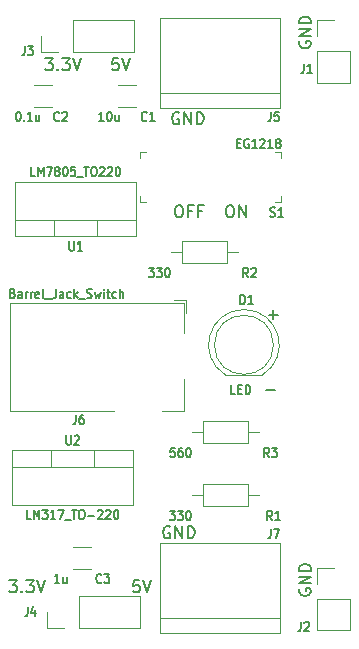
<source format=gto>
%TF.GenerationSoftware,KiCad,Pcbnew,9.0.4*%
%TF.CreationDate,2026-02-14T22:34:29+05:30*%
%TF.ProjectId,Breadboard_PowerSupply,42726561-6462-46f6-9172-645f506f7765,rev?*%
%TF.SameCoordinates,Original*%
%TF.FileFunction,Legend,Top*%
%TF.FilePolarity,Positive*%
%FSLAX46Y46*%
G04 Gerber Fmt 4.6, Leading zero omitted, Abs format (unit mm)*
G04 Created by KiCad (PCBNEW 9.0.4) date 2026-02-14 22:34:29*
%MOMM*%
%LPD*%
G01*
G04 APERTURE LIST*
%ADD10C,0.150000*%
%ADD11C,0.120000*%
%ADD12C,0.100000*%
G04 APERTURE END LIST*
D10*
X150133255Y-76085819D02*
X150323731Y-76085819D01*
X150323731Y-76085819D02*
X150418969Y-76133438D01*
X150418969Y-76133438D02*
X150514207Y-76228676D01*
X150514207Y-76228676D02*
X150561826Y-76419152D01*
X150561826Y-76419152D02*
X150561826Y-76752485D01*
X150561826Y-76752485D02*
X150514207Y-76942961D01*
X150514207Y-76942961D02*
X150418969Y-77038200D01*
X150418969Y-77038200D02*
X150323731Y-77085819D01*
X150323731Y-77085819D02*
X150133255Y-77085819D01*
X150133255Y-77085819D02*
X150038017Y-77038200D01*
X150038017Y-77038200D02*
X149942779Y-76942961D01*
X149942779Y-76942961D02*
X149895160Y-76752485D01*
X149895160Y-76752485D02*
X149895160Y-76419152D01*
X149895160Y-76419152D02*
X149942779Y-76228676D01*
X149942779Y-76228676D02*
X150038017Y-76133438D01*
X150038017Y-76133438D02*
X150133255Y-76085819D01*
X150990398Y-77085819D02*
X150990398Y-76085819D01*
X150990398Y-76085819D02*
X151561826Y-77085819D01*
X151561826Y-77085819D02*
X151561826Y-76085819D01*
X145815255Y-76085819D02*
X146005731Y-76085819D01*
X146005731Y-76085819D02*
X146100969Y-76133438D01*
X146100969Y-76133438D02*
X146196207Y-76228676D01*
X146196207Y-76228676D02*
X146243826Y-76419152D01*
X146243826Y-76419152D02*
X146243826Y-76752485D01*
X146243826Y-76752485D02*
X146196207Y-76942961D01*
X146196207Y-76942961D02*
X146100969Y-77038200D01*
X146100969Y-77038200D02*
X146005731Y-77085819D01*
X146005731Y-77085819D02*
X145815255Y-77085819D01*
X145815255Y-77085819D02*
X145720017Y-77038200D01*
X145720017Y-77038200D02*
X145624779Y-76942961D01*
X145624779Y-76942961D02*
X145577160Y-76752485D01*
X145577160Y-76752485D02*
X145577160Y-76419152D01*
X145577160Y-76419152D02*
X145624779Y-76228676D01*
X145624779Y-76228676D02*
X145720017Y-76133438D01*
X145720017Y-76133438D02*
X145815255Y-76085819D01*
X147005731Y-76562009D02*
X146672398Y-76562009D01*
X146672398Y-77085819D02*
X146672398Y-76085819D01*
X146672398Y-76085819D02*
X147148588Y-76085819D01*
X147862874Y-76562009D02*
X147529541Y-76562009D01*
X147529541Y-77085819D02*
X147529541Y-76085819D01*
X147529541Y-76085819D02*
X148005731Y-76085819D01*
X153291609Y-91690866D02*
X154053514Y-91690866D01*
X153498779Y-85340866D02*
X154260684Y-85340866D01*
X153879731Y-85721819D02*
X153879731Y-84959914D01*
X131559541Y-107835819D02*
X132178588Y-107835819D01*
X132178588Y-107835819D02*
X131845255Y-108216771D01*
X131845255Y-108216771D02*
X131988112Y-108216771D01*
X131988112Y-108216771D02*
X132083350Y-108264390D01*
X132083350Y-108264390D02*
X132130969Y-108312009D01*
X132130969Y-108312009D02*
X132178588Y-108407247D01*
X132178588Y-108407247D02*
X132178588Y-108645342D01*
X132178588Y-108645342D02*
X132130969Y-108740580D01*
X132130969Y-108740580D02*
X132083350Y-108788200D01*
X132083350Y-108788200D02*
X131988112Y-108835819D01*
X131988112Y-108835819D02*
X131702398Y-108835819D01*
X131702398Y-108835819D02*
X131607160Y-108788200D01*
X131607160Y-108788200D02*
X131559541Y-108740580D01*
X132607160Y-108740580D02*
X132654779Y-108788200D01*
X132654779Y-108788200D02*
X132607160Y-108835819D01*
X132607160Y-108835819D02*
X132559541Y-108788200D01*
X132559541Y-108788200D02*
X132607160Y-108740580D01*
X132607160Y-108740580D02*
X132607160Y-108835819D01*
X132988112Y-107835819D02*
X133607159Y-107835819D01*
X133607159Y-107835819D02*
X133273826Y-108216771D01*
X133273826Y-108216771D02*
X133416683Y-108216771D01*
X133416683Y-108216771D02*
X133511921Y-108264390D01*
X133511921Y-108264390D02*
X133559540Y-108312009D01*
X133559540Y-108312009D02*
X133607159Y-108407247D01*
X133607159Y-108407247D02*
X133607159Y-108645342D01*
X133607159Y-108645342D02*
X133559540Y-108740580D01*
X133559540Y-108740580D02*
X133511921Y-108788200D01*
X133511921Y-108788200D02*
X133416683Y-108835819D01*
X133416683Y-108835819D02*
X133130969Y-108835819D01*
X133130969Y-108835819D02*
X133035731Y-108788200D01*
X133035731Y-108788200D02*
X132988112Y-108740580D01*
X133892874Y-107835819D02*
X134226207Y-108835819D01*
X134226207Y-108835819D02*
X134559540Y-107835819D01*
X134607541Y-63639819D02*
X135226588Y-63639819D01*
X135226588Y-63639819D02*
X134893255Y-64020771D01*
X134893255Y-64020771D02*
X135036112Y-64020771D01*
X135036112Y-64020771D02*
X135131350Y-64068390D01*
X135131350Y-64068390D02*
X135178969Y-64116009D01*
X135178969Y-64116009D02*
X135226588Y-64211247D01*
X135226588Y-64211247D02*
X135226588Y-64449342D01*
X135226588Y-64449342D02*
X135178969Y-64544580D01*
X135178969Y-64544580D02*
X135131350Y-64592200D01*
X135131350Y-64592200D02*
X135036112Y-64639819D01*
X135036112Y-64639819D02*
X134750398Y-64639819D01*
X134750398Y-64639819D02*
X134655160Y-64592200D01*
X134655160Y-64592200D02*
X134607541Y-64544580D01*
X135655160Y-64544580D02*
X135702779Y-64592200D01*
X135702779Y-64592200D02*
X135655160Y-64639819D01*
X135655160Y-64639819D02*
X135607541Y-64592200D01*
X135607541Y-64592200D02*
X135655160Y-64544580D01*
X135655160Y-64544580D02*
X135655160Y-64639819D01*
X136036112Y-63639819D02*
X136655159Y-63639819D01*
X136655159Y-63639819D02*
X136321826Y-64020771D01*
X136321826Y-64020771D02*
X136464683Y-64020771D01*
X136464683Y-64020771D02*
X136559921Y-64068390D01*
X136559921Y-64068390D02*
X136607540Y-64116009D01*
X136607540Y-64116009D02*
X136655159Y-64211247D01*
X136655159Y-64211247D02*
X136655159Y-64449342D01*
X136655159Y-64449342D02*
X136607540Y-64544580D01*
X136607540Y-64544580D02*
X136559921Y-64592200D01*
X136559921Y-64592200D02*
X136464683Y-64639819D01*
X136464683Y-64639819D02*
X136178969Y-64639819D01*
X136178969Y-64639819D02*
X136083731Y-64592200D01*
X136083731Y-64592200D02*
X136036112Y-64544580D01*
X136940874Y-63639819D02*
X137274207Y-64639819D01*
X137274207Y-64639819D02*
X137607540Y-63639819D01*
X140766969Y-63639819D02*
X140290779Y-63639819D01*
X140290779Y-63639819D02*
X140243160Y-64116009D01*
X140243160Y-64116009D02*
X140290779Y-64068390D01*
X140290779Y-64068390D02*
X140386017Y-64020771D01*
X140386017Y-64020771D02*
X140624112Y-64020771D01*
X140624112Y-64020771D02*
X140719350Y-64068390D01*
X140719350Y-64068390D02*
X140766969Y-64116009D01*
X140766969Y-64116009D02*
X140814588Y-64211247D01*
X140814588Y-64211247D02*
X140814588Y-64449342D01*
X140814588Y-64449342D02*
X140766969Y-64544580D01*
X140766969Y-64544580D02*
X140719350Y-64592200D01*
X140719350Y-64592200D02*
X140624112Y-64639819D01*
X140624112Y-64639819D02*
X140386017Y-64639819D01*
X140386017Y-64639819D02*
X140290779Y-64592200D01*
X140290779Y-64592200D02*
X140243160Y-64544580D01*
X141100303Y-63639819D02*
X141433636Y-64639819D01*
X141433636Y-64639819D02*
X141766969Y-63639819D01*
X142544969Y-107835819D02*
X142068779Y-107835819D01*
X142068779Y-107835819D02*
X142021160Y-108312009D01*
X142021160Y-108312009D02*
X142068779Y-108264390D01*
X142068779Y-108264390D02*
X142164017Y-108216771D01*
X142164017Y-108216771D02*
X142402112Y-108216771D01*
X142402112Y-108216771D02*
X142497350Y-108264390D01*
X142497350Y-108264390D02*
X142544969Y-108312009D01*
X142544969Y-108312009D02*
X142592588Y-108407247D01*
X142592588Y-108407247D02*
X142592588Y-108645342D01*
X142592588Y-108645342D02*
X142544969Y-108740580D01*
X142544969Y-108740580D02*
X142497350Y-108788200D01*
X142497350Y-108788200D02*
X142402112Y-108835819D01*
X142402112Y-108835819D02*
X142164017Y-108835819D01*
X142164017Y-108835819D02*
X142068779Y-108788200D01*
X142068779Y-108788200D02*
X142021160Y-108740580D01*
X142878303Y-107835819D02*
X143211636Y-108835819D01*
X143211636Y-108835819D02*
X143544969Y-107835819D01*
X156143438Y-108547411D02*
X156095819Y-108642649D01*
X156095819Y-108642649D02*
X156095819Y-108785506D01*
X156095819Y-108785506D02*
X156143438Y-108928363D01*
X156143438Y-108928363D02*
X156238676Y-109023601D01*
X156238676Y-109023601D02*
X156333914Y-109071220D01*
X156333914Y-109071220D02*
X156524390Y-109118839D01*
X156524390Y-109118839D02*
X156667247Y-109118839D01*
X156667247Y-109118839D02*
X156857723Y-109071220D01*
X156857723Y-109071220D02*
X156952961Y-109023601D01*
X156952961Y-109023601D02*
X157048200Y-108928363D01*
X157048200Y-108928363D02*
X157095819Y-108785506D01*
X157095819Y-108785506D02*
X157095819Y-108690268D01*
X157095819Y-108690268D02*
X157048200Y-108547411D01*
X157048200Y-108547411D02*
X157000580Y-108499792D01*
X157000580Y-108499792D02*
X156667247Y-108499792D01*
X156667247Y-108499792D02*
X156667247Y-108690268D01*
X157095819Y-108071220D02*
X156095819Y-108071220D01*
X156095819Y-108071220D02*
X157095819Y-107499792D01*
X157095819Y-107499792D02*
X156095819Y-107499792D01*
X157095819Y-107023601D02*
X156095819Y-107023601D01*
X156095819Y-107023601D02*
X156095819Y-106785506D01*
X156095819Y-106785506D02*
X156143438Y-106642649D01*
X156143438Y-106642649D02*
X156238676Y-106547411D01*
X156238676Y-106547411D02*
X156333914Y-106499792D01*
X156333914Y-106499792D02*
X156524390Y-106452173D01*
X156524390Y-106452173D02*
X156667247Y-106452173D01*
X156667247Y-106452173D02*
X156857723Y-106499792D01*
X156857723Y-106499792D02*
X156952961Y-106547411D01*
X156952961Y-106547411D02*
X157048200Y-106642649D01*
X157048200Y-106642649D02*
X157095819Y-106785506D01*
X157095819Y-106785506D02*
X157095819Y-107023601D01*
X145132588Y-103311438D02*
X145037350Y-103263819D01*
X145037350Y-103263819D02*
X144894493Y-103263819D01*
X144894493Y-103263819D02*
X144751636Y-103311438D01*
X144751636Y-103311438D02*
X144656398Y-103406676D01*
X144656398Y-103406676D02*
X144608779Y-103501914D01*
X144608779Y-103501914D02*
X144561160Y-103692390D01*
X144561160Y-103692390D02*
X144561160Y-103835247D01*
X144561160Y-103835247D02*
X144608779Y-104025723D01*
X144608779Y-104025723D02*
X144656398Y-104120961D01*
X144656398Y-104120961D02*
X144751636Y-104216200D01*
X144751636Y-104216200D02*
X144894493Y-104263819D01*
X144894493Y-104263819D02*
X144989731Y-104263819D01*
X144989731Y-104263819D02*
X145132588Y-104216200D01*
X145132588Y-104216200D02*
X145180207Y-104168580D01*
X145180207Y-104168580D02*
X145180207Y-103835247D01*
X145180207Y-103835247D02*
X144989731Y-103835247D01*
X145608779Y-104263819D02*
X145608779Y-103263819D01*
X145608779Y-103263819D02*
X146180207Y-104263819D01*
X146180207Y-104263819D02*
X146180207Y-103263819D01*
X146656398Y-104263819D02*
X146656398Y-103263819D01*
X146656398Y-103263819D02*
X146894493Y-103263819D01*
X146894493Y-103263819D02*
X147037350Y-103311438D01*
X147037350Y-103311438D02*
X147132588Y-103406676D01*
X147132588Y-103406676D02*
X147180207Y-103501914D01*
X147180207Y-103501914D02*
X147227826Y-103692390D01*
X147227826Y-103692390D02*
X147227826Y-103835247D01*
X147227826Y-103835247D02*
X147180207Y-104025723D01*
X147180207Y-104025723D02*
X147132588Y-104120961D01*
X147132588Y-104120961D02*
X147037350Y-104216200D01*
X147037350Y-104216200D02*
X146894493Y-104263819D01*
X146894493Y-104263819D02*
X146656398Y-104263819D01*
X156143438Y-62187411D02*
X156095819Y-62282649D01*
X156095819Y-62282649D02*
X156095819Y-62425506D01*
X156095819Y-62425506D02*
X156143438Y-62568363D01*
X156143438Y-62568363D02*
X156238676Y-62663601D01*
X156238676Y-62663601D02*
X156333914Y-62711220D01*
X156333914Y-62711220D02*
X156524390Y-62758839D01*
X156524390Y-62758839D02*
X156667247Y-62758839D01*
X156667247Y-62758839D02*
X156857723Y-62711220D01*
X156857723Y-62711220D02*
X156952961Y-62663601D01*
X156952961Y-62663601D02*
X157048200Y-62568363D01*
X157048200Y-62568363D02*
X157095819Y-62425506D01*
X157095819Y-62425506D02*
X157095819Y-62330268D01*
X157095819Y-62330268D02*
X157048200Y-62187411D01*
X157048200Y-62187411D02*
X157000580Y-62139792D01*
X157000580Y-62139792D02*
X156667247Y-62139792D01*
X156667247Y-62139792D02*
X156667247Y-62330268D01*
X157095819Y-61711220D02*
X156095819Y-61711220D01*
X156095819Y-61711220D02*
X157095819Y-61139792D01*
X157095819Y-61139792D02*
X156095819Y-61139792D01*
X157095819Y-60663601D02*
X156095819Y-60663601D01*
X156095819Y-60663601D02*
X156095819Y-60425506D01*
X156095819Y-60425506D02*
X156143438Y-60282649D01*
X156143438Y-60282649D02*
X156238676Y-60187411D01*
X156238676Y-60187411D02*
X156333914Y-60139792D01*
X156333914Y-60139792D02*
X156524390Y-60092173D01*
X156524390Y-60092173D02*
X156667247Y-60092173D01*
X156667247Y-60092173D02*
X156857723Y-60139792D01*
X156857723Y-60139792D02*
X156952961Y-60187411D01*
X156952961Y-60187411D02*
X157048200Y-60282649D01*
X157048200Y-60282649D02*
X157095819Y-60425506D01*
X157095819Y-60425506D02*
X157095819Y-60663601D01*
X145894588Y-68259438D02*
X145799350Y-68211819D01*
X145799350Y-68211819D02*
X145656493Y-68211819D01*
X145656493Y-68211819D02*
X145513636Y-68259438D01*
X145513636Y-68259438D02*
X145418398Y-68354676D01*
X145418398Y-68354676D02*
X145370779Y-68449914D01*
X145370779Y-68449914D02*
X145323160Y-68640390D01*
X145323160Y-68640390D02*
X145323160Y-68783247D01*
X145323160Y-68783247D02*
X145370779Y-68973723D01*
X145370779Y-68973723D02*
X145418398Y-69068961D01*
X145418398Y-69068961D02*
X145513636Y-69164200D01*
X145513636Y-69164200D02*
X145656493Y-69211819D01*
X145656493Y-69211819D02*
X145751731Y-69211819D01*
X145751731Y-69211819D02*
X145894588Y-69164200D01*
X145894588Y-69164200D02*
X145942207Y-69116580D01*
X145942207Y-69116580D02*
X145942207Y-68783247D01*
X145942207Y-68783247D02*
X145751731Y-68783247D01*
X146370779Y-69211819D02*
X146370779Y-68211819D01*
X146370779Y-68211819D02*
X146942207Y-69211819D01*
X146942207Y-69211819D02*
X146942207Y-68211819D01*
X147418398Y-69211819D02*
X147418398Y-68211819D01*
X147418398Y-68211819D02*
X147656493Y-68211819D01*
X147656493Y-68211819D02*
X147799350Y-68259438D01*
X147799350Y-68259438D02*
X147894588Y-68354676D01*
X147894588Y-68354676D02*
X147942207Y-68449914D01*
X147942207Y-68449914D02*
X147989826Y-68640390D01*
X147989826Y-68640390D02*
X147989826Y-68783247D01*
X147989826Y-68783247D02*
X147942207Y-68973723D01*
X147942207Y-68973723D02*
X147894588Y-69068961D01*
X147894588Y-69068961D02*
X147799350Y-69164200D01*
X147799350Y-69164200D02*
X147656493Y-69211819D01*
X147656493Y-69211819D02*
X147418398Y-69211819D01*
X151775333Y-82150295D02*
X151542000Y-81769342D01*
X151375333Y-82150295D02*
X151375333Y-81350295D01*
X151375333Y-81350295D02*
X151642000Y-81350295D01*
X151642000Y-81350295D02*
X151708667Y-81388390D01*
X151708667Y-81388390D02*
X151742000Y-81426485D01*
X151742000Y-81426485D02*
X151775333Y-81502676D01*
X151775333Y-81502676D02*
X151775333Y-81616961D01*
X151775333Y-81616961D02*
X151742000Y-81693152D01*
X151742000Y-81693152D02*
X151708667Y-81731247D01*
X151708667Y-81731247D02*
X151642000Y-81769342D01*
X151642000Y-81769342D02*
X151375333Y-81769342D01*
X152042000Y-81426485D02*
X152075333Y-81388390D01*
X152075333Y-81388390D02*
X152142000Y-81350295D01*
X152142000Y-81350295D02*
X152308667Y-81350295D01*
X152308667Y-81350295D02*
X152375333Y-81388390D01*
X152375333Y-81388390D02*
X152408667Y-81426485D01*
X152408667Y-81426485D02*
X152442000Y-81502676D01*
X152442000Y-81502676D02*
X152442000Y-81578866D01*
X152442000Y-81578866D02*
X152408667Y-81693152D01*
X152408667Y-81693152D02*
X152008667Y-82150295D01*
X152008667Y-82150295D02*
X152442000Y-82150295D01*
X143372000Y-81350295D02*
X143805333Y-81350295D01*
X143805333Y-81350295D02*
X143572000Y-81655057D01*
X143572000Y-81655057D02*
X143672000Y-81655057D01*
X143672000Y-81655057D02*
X143738666Y-81693152D01*
X143738666Y-81693152D02*
X143772000Y-81731247D01*
X143772000Y-81731247D02*
X143805333Y-81807438D01*
X143805333Y-81807438D02*
X143805333Y-81997914D01*
X143805333Y-81997914D02*
X143772000Y-82074104D01*
X143772000Y-82074104D02*
X143738666Y-82112200D01*
X143738666Y-82112200D02*
X143672000Y-82150295D01*
X143672000Y-82150295D02*
X143472000Y-82150295D01*
X143472000Y-82150295D02*
X143405333Y-82112200D01*
X143405333Y-82112200D02*
X143372000Y-82074104D01*
X144038667Y-81350295D02*
X144472000Y-81350295D01*
X144472000Y-81350295D02*
X144238667Y-81655057D01*
X144238667Y-81655057D02*
X144338667Y-81655057D01*
X144338667Y-81655057D02*
X144405333Y-81693152D01*
X144405333Y-81693152D02*
X144438667Y-81731247D01*
X144438667Y-81731247D02*
X144472000Y-81807438D01*
X144472000Y-81807438D02*
X144472000Y-81997914D01*
X144472000Y-81997914D02*
X144438667Y-82074104D01*
X144438667Y-82074104D02*
X144405333Y-82112200D01*
X144405333Y-82112200D02*
X144338667Y-82150295D01*
X144338667Y-82150295D02*
X144138667Y-82150295D01*
X144138667Y-82150295D02*
X144072000Y-82112200D01*
X144072000Y-82112200D02*
X144038667Y-82074104D01*
X144905334Y-81350295D02*
X144972000Y-81350295D01*
X144972000Y-81350295D02*
X145038667Y-81388390D01*
X145038667Y-81388390D02*
X145072000Y-81426485D01*
X145072000Y-81426485D02*
X145105334Y-81502676D01*
X145105334Y-81502676D02*
X145138667Y-81655057D01*
X145138667Y-81655057D02*
X145138667Y-81845533D01*
X145138667Y-81845533D02*
X145105334Y-81997914D01*
X145105334Y-81997914D02*
X145072000Y-82074104D01*
X145072000Y-82074104D02*
X145038667Y-82112200D01*
X145038667Y-82112200D02*
X144972000Y-82150295D01*
X144972000Y-82150295D02*
X144905334Y-82150295D01*
X144905334Y-82150295D02*
X144838667Y-82112200D01*
X144838667Y-82112200D02*
X144805334Y-82074104D01*
X144805334Y-82074104D02*
X144772000Y-81997914D01*
X144772000Y-81997914D02*
X144738667Y-81845533D01*
X144738667Y-81845533D02*
X144738667Y-81655057D01*
X144738667Y-81655057D02*
X144772000Y-81502676D01*
X144772000Y-81502676D02*
X144805334Y-81426485D01*
X144805334Y-81426485D02*
X144838667Y-81388390D01*
X144838667Y-81388390D02*
X144905334Y-81350295D01*
X153690666Y-68142295D02*
X153690666Y-68713723D01*
X153690666Y-68713723D02*
X153657333Y-68828009D01*
X153657333Y-68828009D02*
X153590666Y-68904200D01*
X153590666Y-68904200D02*
X153490666Y-68942295D01*
X153490666Y-68942295D02*
X153424000Y-68942295D01*
X154357333Y-68142295D02*
X154023999Y-68142295D01*
X154023999Y-68142295D02*
X153990666Y-68523247D01*
X153990666Y-68523247D02*
X154023999Y-68485152D01*
X154023999Y-68485152D02*
X154090666Y-68447057D01*
X154090666Y-68447057D02*
X154257333Y-68447057D01*
X154257333Y-68447057D02*
X154323999Y-68485152D01*
X154323999Y-68485152D02*
X154357333Y-68523247D01*
X154357333Y-68523247D02*
X154390666Y-68599438D01*
X154390666Y-68599438D02*
X154390666Y-68789914D01*
X154390666Y-68789914D02*
X154357333Y-68866104D01*
X154357333Y-68866104D02*
X154323999Y-68904200D01*
X154323999Y-68904200D02*
X154257333Y-68942295D01*
X154257333Y-68942295D02*
X154090666Y-68942295D01*
X154090666Y-68942295D02*
X154023999Y-68904200D01*
X154023999Y-68904200D02*
X153990666Y-68866104D01*
X153644666Y-77004200D02*
X153744666Y-77042295D01*
X153744666Y-77042295D02*
X153911333Y-77042295D01*
X153911333Y-77042295D02*
X153977999Y-77004200D01*
X153977999Y-77004200D02*
X154011333Y-76966104D01*
X154011333Y-76966104D02*
X154044666Y-76889914D01*
X154044666Y-76889914D02*
X154044666Y-76813723D01*
X154044666Y-76813723D02*
X154011333Y-76737533D01*
X154011333Y-76737533D02*
X153977999Y-76699438D01*
X153977999Y-76699438D02*
X153911333Y-76661342D01*
X153911333Y-76661342D02*
X153777999Y-76623247D01*
X153777999Y-76623247D02*
X153711333Y-76585152D01*
X153711333Y-76585152D02*
X153677999Y-76547057D01*
X153677999Y-76547057D02*
X153644666Y-76470866D01*
X153644666Y-76470866D02*
X153644666Y-76394676D01*
X153644666Y-76394676D02*
X153677999Y-76318485D01*
X153677999Y-76318485D02*
X153711333Y-76280390D01*
X153711333Y-76280390D02*
X153777999Y-76242295D01*
X153777999Y-76242295D02*
X153944666Y-76242295D01*
X153944666Y-76242295D02*
X154044666Y-76280390D01*
X154711333Y-77042295D02*
X154311333Y-77042295D01*
X154511333Y-77042295D02*
X154511333Y-76242295D01*
X154511333Y-76242295D02*
X154444666Y-76356580D01*
X154444666Y-76356580D02*
X154378000Y-76432771D01*
X154378000Y-76432771D02*
X154311333Y-76470866D01*
X150820666Y-70809247D02*
X151054000Y-70809247D01*
X151154000Y-71228295D02*
X150820666Y-71228295D01*
X150820666Y-71228295D02*
X150820666Y-70428295D01*
X150820666Y-70428295D02*
X151154000Y-70428295D01*
X151820666Y-70466390D02*
X151753999Y-70428295D01*
X151753999Y-70428295D02*
X151653999Y-70428295D01*
X151653999Y-70428295D02*
X151553999Y-70466390D01*
X151553999Y-70466390D02*
X151487333Y-70542580D01*
X151487333Y-70542580D02*
X151453999Y-70618771D01*
X151453999Y-70618771D02*
X151420666Y-70771152D01*
X151420666Y-70771152D02*
X151420666Y-70885438D01*
X151420666Y-70885438D02*
X151453999Y-71037819D01*
X151453999Y-71037819D02*
X151487333Y-71114009D01*
X151487333Y-71114009D02*
X151553999Y-71190200D01*
X151553999Y-71190200D02*
X151653999Y-71228295D01*
X151653999Y-71228295D02*
X151720666Y-71228295D01*
X151720666Y-71228295D02*
X151820666Y-71190200D01*
X151820666Y-71190200D02*
X151853999Y-71152104D01*
X151853999Y-71152104D02*
X151853999Y-70885438D01*
X151853999Y-70885438D02*
X151720666Y-70885438D01*
X152520666Y-71228295D02*
X152120666Y-71228295D01*
X152320666Y-71228295D02*
X152320666Y-70428295D01*
X152320666Y-70428295D02*
X152253999Y-70542580D01*
X152253999Y-70542580D02*
X152187333Y-70618771D01*
X152187333Y-70618771D02*
X152120666Y-70656866D01*
X152787333Y-70504485D02*
X152820666Y-70466390D01*
X152820666Y-70466390D02*
X152887333Y-70428295D01*
X152887333Y-70428295D02*
X153054000Y-70428295D01*
X153054000Y-70428295D02*
X153120666Y-70466390D01*
X153120666Y-70466390D02*
X153154000Y-70504485D01*
X153154000Y-70504485D02*
X153187333Y-70580676D01*
X153187333Y-70580676D02*
X153187333Y-70656866D01*
X153187333Y-70656866D02*
X153154000Y-70771152D01*
X153154000Y-70771152D02*
X152754000Y-71228295D01*
X152754000Y-71228295D02*
X153187333Y-71228295D01*
X153854000Y-71228295D02*
X153454000Y-71228295D01*
X153654000Y-71228295D02*
X153654000Y-70428295D01*
X153654000Y-70428295D02*
X153587333Y-70542580D01*
X153587333Y-70542580D02*
X153520667Y-70618771D01*
X153520667Y-70618771D02*
X153454000Y-70656866D01*
X154254000Y-70771152D02*
X154187334Y-70733057D01*
X154187334Y-70733057D02*
X154154000Y-70694961D01*
X154154000Y-70694961D02*
X154120667Y-70618771D01*
X154120667Y-70618771D02*
X154120667Y-70580676D01*
X154120667Y-70580676D02*
X154154000Y-70504485D01*
X154154000Y-70504485D02*
X154187334Y-70466390D01*
X154187334Y-70466390D02*
X154254000Y-70428295D01*
X154254000Y-70428295D02*
X154387334Y-70428295D01*
X154387334Y-70428295D02*
X154454000Y-70466390D01*
X154454000Y-70466390D02*
X154487334Y-70504485D01*
X154487334Y-70504485D02*
X154520667Y-70580676D01*
X154520667Y-70580676D02*
X154520667Y-70618771D01*
X154520667Y-70618771D02*
X154487334Y-70694961D01*
X154487334Y-70694961D02*
X154454000Y-70733057D01*
X154454000Y-70733057D02*
X154387334Y-70771152D01*
X154387334Y-70771152D02*
X154254000Y-70771152D01*
X154254000Y-70771152D02*
X154187334Y-70809247D01*
X154187334Y-70809247D02*
X154154000Y-70847342D01*
X154154000Y-70847342D02*
X154120667Y-70923533D01*
X154120667Y-70923533D02*
X154120667Y-71075914D01*
X154120667Y-71075914D02*
X154154000Y-71152104D01*
X154154000Y-71152104D02*
X154187334Y-71190200D01*
X154187334Y-71190200D02*
X154254000Y-71228295D01*
X154254000Y-71228295D02*
X154387334Y-71228295D01*
X154387334Y-71228295D02*
X154454000Y-71190200D01*
X154454000Y-71190200D02*
X154487334Y-71152104D01*
X154487334Y-71152104D02*
X154520667Y-71075914D01*
X154520667Y-71075914D02*
X154520667Y-70923533D01*
X154520667Y-70923533D02*
X154487334Y-70847342D01*
X154487334Y-70847342D02*
X154454000Y-70809247D01*
X154454000Y-70809247D02*
X154387334Y-70771152D01*
X153807333Y-102724295D02*
X153574000Y-102343342D01*
X153407333Y-102724295D02*
X153407333Y-101924295D01*
X153407333Y-101924295D02*
X153674000Y-101924295D01*
X153674000Y-101924295D02*
X153740667Y-101962390D01*
X153740667Y-101962390D02*
X153774000Y-102000485D01*
X153774000Y-102000485D02*
X153807333Y-102076676D01*
X153807333Y-102076676D02*
X153807333Y-102190961D01*
X153807333Y-102190961D02*
X153774000Y-102267152D01*
X153774000Y-102267152D02*
X153740667Y-102305247D01*
X153740667Y-102305247D02*
X153674000Y-102343342D01*
X153674000Y-102343342D02*
X153407333Y-102343342D01*
X154474000Y-102724295D02*
X154074000Y-102724295D01*
X154274000Y-102724295D02*
X154274000Y-101924295D01*
X154274000Y-101924295D02*
X154207333Y-102038580D01*
X154207333Y-102038580D02*
X154140667Y-102114771D01*
X154140667Y-102114771D02*
X154074000Y-102152866D01*
X145150000Y-101924295D02*
X145583333Y-101924295D01*
X145583333Y-101924295D02*
X145350000Y-102229057D01*
X145350000Y-102229057D02*
X145450000Y-102229057D01*
X145450000Y-102229057D02*
X145516666Y-102267152D01*
X145516666Y-102267152D02*
X145550000Y-102305247D01*
X145550000Y-102305247D02*
X145583333Y-102381438D01*
X145583333Y-102381438D02*
X145583333Y-102571914D01*
X145583333Y-102571914D02*
X145550000Y-102648104D01*
X145550000Y-102648104D02*
X145516666Y-102686200D01*
X145516666Y-102686200D02*
X145450000Y-102724295D01*
X145450000Y-102724295D02*
X145250000Y-102724295D01*
X145250000Y-102724295D02*
X145183333Y-102686200D01*
X145183333Y-102686200D02*
X145150000Y-102648104D01*
X145816667Y-101924295D02*
X146250000Y-101924295D01*
X146250000Y-101924295D02*
X146016667Y-102229057D01*
X146016667Y-102229057D02*
X146116667Y-102229057D01*
X146116667Y-102229057D02*
X146183333Y-102267152D01*
X146183333Y-102267152D02*
X146216667Y-102305247D01*
X146216667Y-102305247D02*
X146250000Y-102381438D01*
X146250000Y-102381438D02*
X146250000Y-102571914D01*
X146250000Y-102571914D02*
X146216667Y-102648104D01*
X146216667Y-102648104D02*
X146183333Y-102686200D01*
X146183333Y-102686200D02*
X146116667Y-102724295D01*
X146116667Y-102724295D02*
X145916667Y-102724295D01*
X145916667Y-102724295D02*
X145850000Y-102686200D01*
X145850000Y-102686200D02*
X145816667Y-102648104D01*
X146683334Y-101924295D02*
X146750000Y-101924295D01*
X146750000Y-101924295D02*
X146816667Y-101962390D01*
X146816667Y-101962390D02*
X146850000Y-102000485D01*
X146850000Y-102000485D02*
X146883334Y-102076676D01*
X146883334Y-102076676D02*
X146916667Y-102229057D01*
X146916667Y-102229057D02*
X146916667Y-102419533D01*
X146916667Y-102419533D02*
X146883334Y-102571914D01*
X146883334Y-102571914D02*
X146850000Y-102648104D01*
X146850000Y-102648104D02*
X146816667Y-102686200D01*
X146816667Y-102686200D02*
X146750000Y-102724295D01*
X146750000Y-102724295D02*
X146683334Y-102724295D01*
X146683334Y-102724295D02*
X146616667Y-102686200D01*
X146616667Y-102686200D02*
X146583334Y-102648104D01*
X146583334Y-102648104D02*
X146550000Y-102571914D01*
X146550000Y-102571914D02*
X146516667Y-102419533D01*
X146516667Y-102419533D02*
X146516667Y-102229057D01*
X146516667Y-102229057D02*
X146550000Y-102076676D01*
X146550000Y-102076676D02*
X146583334Y-102000485D01*
X146583334Y-102000485D02*
X146616667Y-101962390D01*
X146616667Y-101962390D02*
X146683334Y-101924295D01*
X153553333Y-97390295D02*
X153320000Y-97009342D01*
X153153333Y-97390295D02*
X153153333Y-96590295D01*
X153153333Y-96590295D02*
X153420000Y-96590295D01*
X153420000Y-96590295D02*
X153486667Y-96628390D01*
X153486667Y-96628390D02*
X153520000Y-96666485D01*
X153520000Y-96666485D02*
X153553333Y-96742676D01*
X153553333Y-96742676D02*
X153553333Y-96856961D01*
X153553333Y-96856961D02*
X153520000Y-96933152D01*
X153520000Y-96933152D02*
X153486667Y-96971247D01*
X153486667Y-96971247D02*
X153420000Y-97009342D01*
X153420000Y-97009342D02*
X153153333Y-97009342D01*
X153786667Y-96590295D02*
X154220000Y-96590295D01*
X154220000Y-96590295D02*
X153986667Y-96895057D01*
X153986667Y-96895057D02*
X154086667Y-96895057D01*
X154086667Y-96895057D02*
X154153333Y-96933152D01*
X154153333Y-96933152D02*
X154186667Y-96971247D01*
X154186667Y-96971247D02*
X154220000Y-97047438D01*
X154220000Y-97047438D02*
X154220000Y-97237914D01*
X154220000Y-97237914D02*
X154186667Y-97314104D01*
X154186667Y-97314104D02*
X154153333Y-97352200D01*
X154153333Y-97352200D02*
X154086667Y-97390295D01*
X154086667Y-97390295D02*
X153886667Y-97390295D01*
X153886667Y-97390295D02*
X153820000Y-97352200D01*
X153820000Y-97352200D02*
X153786667Y-97314104D01*
X145550000Y-96590295D02*
X145216666Y-96590295D01*
X145216666Y-96590295D02*
X145183333Y-96971247D01*
X145183333Y-96971247D02*
X145216666Y-96933152D01*
X145216666Y-96933152D02*
X145283333Y-96895057D01*
X145283333Y-96895057D02*
X145450000Y-96895057D01*
X145450000Y-96895057D02*
X145516666Y-96933152D01*
X145516666Y-96933152D02*
X145550000Y-96971247D01*
X145550000Y-96971247D02*
X145583333Y-97047438D01*
X145583333Y-97047438D02*
X145583333Y-97237914D01*
X145583333Y-97237914D02*
X145550000Y-97314104D01*
X145550000Y-97314104D02*
X145516666Y-97352200D01*
X145516666Y-97352200D02*
X145450000Y-97390295D01*
X145450000Y-97390295D02*
X145283333Y-97390295D01*
X145283333Y-97390295D02*
X145216666Y-97352200D01*
X145216666Y-97352200D02*
X145183333Y-97314104D01*
X146183333Y-96590295D02*
X146050000Y-96590295D01*
X146050000Y-96590295D02*
X145983333Y-96628390D01*
X145983333Y-96628390D02*
X145950000Y-96666485D01*
X145950000Y-96666485D02*
X145883333Y-96780771D01*
X145883333Y-96780771D02*
X145850000Y-96933152D01*
X145850000Y-96933152D02*
X145850000Y-97237914D01*
X145850000Y-97237914D02*
X145883333Y-97314104D01*
X145883333Y-97314104D02*
X145916667Y-97352200D01*
X145916667Y-97352200D02*
X145983333Y-97390295D01*
X145983333Y-97390295D02*
X146116667Y-97390295D01*
X146116667Y-97390295D02*
X146183333Y-97352200D01*
X146183333Y-97352200D02*
X146216667Y-97314104D01*
X146216667Y-97314104D02*
X146250000Y-97237914D01*
X146250000Y-97237914D02*
X146250000Y-97047438D01*
X146250000Y-97047438D02*
X146216667Y-96971247D01*
X146216667Y-96971247D02*
X146183333Y-96933152D01*
X146183333Y-96933152D02*
X146116667Y-96895057D01*
X146116667Y-96895057D02*
X145983333Y-96895057D01*
X145983333Y-96895057D02*
X145916667Y-96933152D01*
X145916667Y-96933152D02*
X145883333Y-96971247D01*
X145883333Y-96971247D02*
X145850000Y-97047438D01*
X146683334Y-96590295D02*
X146750000Y-96590295D01*
X146750000Y-96590295D02*
X146816667Y-96628390D01*
X146816667Y-96628390D02*
X146850000Y-96666485D01*
X146850000Y-96666485D02*
X146883334Y-96742676D01*
X146883334Y-96742676D02*
X146916667Y-96895057D01*
X146916667Y-96895057D02*
X146916667Y-97085533D01*
X146916667Y-97085533D02*
X146883334Y-97237914D01*
X146883334Y-97237914D02*
X146850000Y-97314104D01*
X146850000Y-97314104D02*
X146816667Y-97352200D01*
X146816667Y-97352200D02*
X146750000Y-97390295D01*
X146750000Y-97390295D02*
X146683334Y-97390295D01*
X146683334Y-97390295D02*
X146616667Y-97352200D01*
X146616667Y-97352200D02*
X146583334Y-97314104D01*
X146583334Y-97314104D02*
X146550000Y-97237914D01*
X146550000Y-97237914D02*
X146516667Y-97085533D01*
X146516667Y-97085533D02*
X146516667Y-96895057D01*
X146516667Y-96895057D02*
X146550000Y-96742676D01*
X146550000Y-96742676D02*
X146583334Y-96666485D01*
X146583334Y-96666485D02*
X146616667Y-96628390D01*
X146616667Y-96628390D02*
X146683334Y-96590295D01*
X153690666Y-103448295D02*
X153690666Y-104019723D01*
X153690666Y-104019723D02*
X153657333Y-104134009D01*
X153657333Y-104134009D02*
X153590666Y-104210200D01*
X153590666Y-104210200D02*
X153490666Y-104248295D01*
X153490666Y-104248295D02*
X153424000Y-104248295D01*
X153957333Y-103448295D02*
X154423999Y-103448295D01*
X154423999Y-103448295D02*
X154123999Y-104248295D01*
X143179333Y-68866104D02*
X143146000Y-68904200D01*
X143146000Y-68904200D02*
X143046000Y-68942295D01*
X143046000Y-68942295D02*
X142979333Y-68942295D01*
X142979333Y-68942295D02*
X142879333Y-68904200D01*
X142879333Y-68904200D02*
X142812667Y-68828009D01*
X142812667Y-68828009D02*
X142779333Y-68751819D01*
X142779333Y-68751819D02*
X142746000Y-68599438D01*
X142746000Y-68599438D02*
X142746000Y-68485152D01*
X142746000Y-68485152D02*
X142779333Y-68332771D01*
X142779333Y-68332771D02*
X142812667Y-68256580D01*
X142812667Y-68256580D02*
X142879333Y-68180390D01*
X142879333Y-68180390D02*
X142979333Y-68142295D01*
X142979333Y-68142295D02*
X143046000Y-68142295D01*
X143046000Y-68142295D02*
X143146000Y-68180390D01*
X143146000Y-68180390D02*
X143179333Y-68218485D01*
X143846000Y-68942295D02*
X143446000Y-68942295D01*
X143646000Y-68942295D02*
X143646000Y-68142295D01*
X143646000Y-68142295D02*
X143579333Y-68256580D01*
X143579333Y-68256580D02*
X143512667Y-68332771D01*
X143512667Y-68332771D02*
X143446000Y-68370866D01*
X139544000Y-68942295D02*
X139144000Y-68942295D01*
X139344000Y-68942295D02*
X139344000Y-68142295D01*
X139344000Y-68142295D02*
X139277333Y-68256580D01*
X139277333Y-68256580D02*
X139210667Y-68332771D01*
X139210667Y-68332771D02*
X139144000Y-68370866D01*
X139977334Y-68142295D02*
X140044000Y-68142295D01*
X140044000Y-68142295D02*
X140110667Y-68180390D01*
X140110667Y-68180390D02*
X140144000Y-68218485D01*
X140144000Y-68218485D02*
X140177334Y-68294676D01*
X140177334Y-68294676D02*
X140210667Y-68447057D01*
X140210667Y-68447057D02*
X140210667Y-68637533D01*
X140210667Y-68637533D02*
X140177334Y-68789914D01*
X140177334Y-68789914D02*
X140144000Y-68866104D01*
X140144000Y-68866104D02*
X140110667Y-68904200D01*
X140110667Y-68904200D02*
X140044000Y-68942295D01*
X140044000Y-68942295D02*
X139977334Y-68942295D01*
X139977334Y-68942295D02*
X139910667Y-68904200D01*
X139910667Y-68904200D02*
X139877334Y-68866104D01*
X139877334Y-68866104D02*
X139844000Y-68789914D01*
X139844000Y-68789914D02*
X139810667Y-68637533D01*
X139810667Y-68637533D02*
X139810667Y-68447057D01*
X139810667Y-68447057D02*
X139844000Y-68294676D01*
X139844000Y-68294676D02*
X139877334Y-68218485D01*
X139877334Y-68218485D02*
X139910667Y-68180390D01*
X139910667Y-68180390D02*
X139977334Y-68142295D01*
X140810667Y-68408961D02*
X140810667Y-68942295D01*
X140510667Y-68408961D02*
X140510667Y-68828009D01*
X140510667Y-68828009D02*
X140544001Y-68904200D01*
X140544001Y-68904200D02*
X140610667Y-68942295D01*
X140610667Y-68942295D02*
X140710667Y-68942295D01*
X140710667Y-68942295D02*
X140777334Y-68904200D01*
X140777334Y-68904200D02*
X140810667Y-68866104D01*
X139349333Y-107982104D02*
X139316000Y-108020200D01*
X139316000Y-108020200D02*
X139216000Y-108058295D01*
X139216000Y-108058295D02*
X139149333Y-108058295D01*
X139149333Y-108058295D02*
X139049333Y-108020200D01*
X139049333Y-108020200D02*
X138982667Y-107944009D01*
X138982667Y-107944009D02*
X138949333Y-107867819D01*
X138949333Y-107867819D02*
X138916000Y-107715438D01*
X138916000Y-107715438D02*
X138916000Y-107601152D01*
X138916000Y-107601152D02*
X138949333Y-107448771D01*
X138949333Y-107448771D02*
X138982667Y-107372580D01*
X138982667Y-107372580D02*
X139049333Y-107296390D01*
X139049333Y-107296390D02*
X139149333Y-107258295D01*
X139149333Y-107258295D02*
X139216000Y-107258295D01*
X139216000Y-107258295D02*
X139316000Y-107296390D01*
X139316000Y-107296390D02*
X139349333Y-107334485D01*
X139582667Y-107258295D02*
X140016000Y-107258295D01*
X140016000Y-107258295D02*
X139782667Y-107563057D01*
X139782667Y-107563057D02*
X139882667Y-107563057D01*
X139882667Y-107563057D02*
X139949333Y-107601152D01*
X139949333Y-107601152D02*
X139982667Y-107639247D01*
X139982667Y-107639247D02*
X140016000Y-107715438D01*
X140016000Y-107715438D02*
X140016000Y-107905914D01*
X140016000Y-107905914D02*
X139982667Y-107982104D01*
X139982667Y-107982104D02*
X139949333Y-108020200D01*
X139949333Y-108020200D02*
X139882667Y-108058295D01*
X139882667Y-108058295D02*
X139682667Y-108058295D01*
X139682667Y-108058295D02*
X139616000Y-108020200D01*
X139616000Y-108020200D02*
X139582667Y-107982104D01*
X135793333Y-108058295D02*
X135393333Y-108058295D01*
X135593333Y-108058295D02*
X135593333Y-107258295D01*
X135593333Y-107258295D02*
X135526666Y-107372580D01*
X135526666Y-107372580D02*
X135460000Y-107448771D01*
X135460000Y-107448771D02*
X135393333Y-107486866D01*
X136393333Y-107524961D02*
X136393333Y-108058295D01*
X136093333Y-107524961D02*
X136093333Y-107944009D01*
X136093333Y-107944009D02*
X136126667Y-108020200D01*
X136126667Y-108020200D02*
X136193333Y-108058295D01*
X136193333Y-108058295D02*
X136293333Y-108058295D01*
X136293333Y-108058295D02*
X136360000Y-108020200D01*
X136360000Y-108020200D02*
X136393333Y-107982104D01*
X135773333Y-68866104D02*
X135740000Y-68904200D01*
X135740000Y-68904200D02*
X135640000Y-68942295D01*
X135640000Y-68942295D02*
X135573333Y-68942295D01*
X135573333Y-68942295D02*
X135473333Y-68904200D01*
X135473333Y-68904200D02*
X135406667Y-68828009D01*
X135406667Y-68828009D02*
X135373333Y-68751819D01*
X135373333Y-68751819D02*
X135340000Y-68599438D01*
X135340000Y-68599438D02*
X135340000Y-68485152D01*
X135340000Y-68485152D02*
X135373333Y-68332771D01*
X135373333Y-68332771D02*
X135406667Y-68256580D01*
X135406667Y-68256580D02*
X135473333Y-68180390D01*
X135473333Y-68180390D02*
X135573333Y-68142295D01*
X135573333Y-68142295D02*
X135640000Y-68142295D01*
X135640000Y-68142295D02*
X135740000Y-68180390D01*
X135740000Y-68180390D02*
X135773333Y-68218485D01*
X136040000Y-68218485D02*
X136073333Y-68180390D01*
X136073333Y-68180390D02*
X136140000Y-68142295D01*
X136140000Y-68142295D02*
X136306667Y-68142295D01*
X136306667Y-68142295D02*
X136373333Y-68180390D01*
X136373333Y-68180390D02*
X136406667Y-68218485D01*
X136406667Y-68218485D02*
X136440000Y-68294676D01*
X136440000Y-68294676D02*
X136440000Y-68370866D01*
X136440000Y-68370866D02*
X136406667Y-68485152D01*
X136406667Y-68485152D02*
X136006667Y-68942295D01*
X136006667Y-68942295D02*
X136440000Y-68942295D01*
X132267316Y-68142295D02*
X132333982Y-68142295D01*
X132333982Y-68142295D02*
X132400649Y-68180390D01*
X132400649Y-68180390D02*
X132433982Y-68218485D01*
X132433982Y-68218485D02*
X132467316Y-68294676D01*
X132467316Y-68294676D02*
X132500649Y-68447057D01*
X132500649Y-68447057D02*
X132500649Y-68637533D01*
X132500649Y-68637533D02*
X132467316Y-68789914D01*
X132467316Y-68789914D02*
X132433982Y-68866104D01*
X132433982Y-68866104D02*
X132400649Y-68904200D01*
X132400649Y-68904200D02*
X132333982Y-68942295D01*
X132333982Y-68942295D02*
X132267316Y-68942295D01*
X132267316Y-68942295D02*
X132200649Y-68904200D01*
X132200649Y-68904200D02*
X132167316Y-68866104D01*
X132167316Y-68866104D02*
X132133982Y-68789914D01*
X132133982Y-68789914D02*
X132100649Y-68637533D01*
X132100649Y-68637533D02*
X132100649Y-68447057D01*
X132100649Y-68447057D02*
X132133982Y-68294676D01*
X132133982Y-68294676D02*
X132167316Y-68218485D01*
X132167316Y-68218485D02*
X132200649Y-68180390D01*
X132200649Y-68180390D02*
X132267316Y-68142295D01*
X132800649Y-68866104D02*
X132833983Y-68904200D01*
X132833983Y-68904200D02*
X132800649Y-68942295D01*
X132800649Y-68942295D02*
X132767316Y-68904200D01*
X132767316Y-68904200D02*
X132800649Y-68866104D01*
X132800649Y-68866104D02*
X132800649Y-68942295D01*
X133500649Y-68942295D02*
X133100649Y-68942295D01*
X133300649Y-68942295D02*
X133300649Y-68142295D01*
X133300649Y-68142295D02*
X133233982Y-68256580D01*
X133233982Y-68256580D02*
X133167316Y-68332771D01*
X133167316Y-68332771D02*
X133100649Y-68370866D01*
X134100649Y-68408961D02*
X134100649Y-68942295D01*
X133800649Y-68408961D02*
X133800649Y-68828009D01*
X133800649Y-68828009D02*
X133833983Y-68904200D01*
X133833983Y-68904200D02*
X133900649Y-68942295D01*
X133900649Y-68942295D02*
X134000649Y-68942295D01*
X134000649Y-68942295D02*
X134067316Y-68904200D01*
X134067316Y-68904200D02*
X134100649Y-68866104D01*
X156484666Y-64078295D02*
X156484666Y-64649723D01*
X156484666Y-64649723D02*
X156451333Y-64764009D01*
X156451333Y-64764009D02*
X156384666Y-64840200D01*
X156384666Y-64840200D02*
X156284666Y-64878295D01*
X156284666Y-64878295D02*
X156218000Y-64878295D01*
X157184666Y-64878295D02*
X156784666Y-64878295D01*
X156984666Y-64878295D02*
X156984666Y-64078295D01*
X156984666Y-64078295D02*
X156917999Y-64192580D01*
X156917999Y-64192580D02*
X156851333Y-64268771D01*
X156851333Y-64268771D02*
X156784666Y-64306866D01*
X156230666Y-111322295D02*
X156230666Y-111893723D01*
X156230666Y-111893723D02*
X156197333Y-112008009D01*
X156197333Y-112008009D02*
X156130666Y-112084200D01*
X156130666Y-112084200D02*
X156030666Y-112122295D01*
X156030666Y-112122295D02*
X155964000Y-112122295D01*
X156530666Y-111398485D02*
X156563999Y-111360390D01*
X156563999Y-111360390D02*
X156630666Y-111322295D01*
X156630666Y-111322295D02*
X156797333Y-111322295D01*
X156797333Y-111322295D02*
X156863999Y-111360390D01*
X156863999Y-111360390D02*
X156897333Y-111398485D01*
X156897333Y-111398485D02*
X156930666Y-111474676D01*
X156930666Y-111474676D02*
X156930666Y-111550866D01*
X156930666Y-111550866D02*
X156897333Y-111665152D01*
X156897333Y-111665152D02*
X156497333Y-112122295D01*
X156497333Y-112122295D02*
X156930666Y-112122295D01*
X132862666Y-62554295D02*
X132862666Y-63125723D01*
X132862666Y-63125723D02*
X132829333Y-63240009D01*
X132829333Y-63240009D02*
X132762666Y-63316200D01*
X132762666Y-63316200D02*
X132662666Y-63354295D01*
X132662666Y-63354295D02*
X132596000Y-63354295D01*
X133129333Y-62554295D02*
X133562666Y-62554295D01*
X133562666Y-62554295D02*
X133329333Y-62859057D01*
X133329333Y-62859057D02*
X133429333Y-62859057D01*
X133429333Y-62859057D02*
X133495999Y-62897152D01*
X133495999Y-62897152D02*
X133529333Y-62935247D01*
X133529333Y-62935247D02*
X133562666Y-63011438D01*
X133562666Y-63011438D02*
X133562666Y-63201914D01*
X133562666Y-63201914D02*
X133529333Y-63278104D01*
X133529333Y-63278104D02*
X133495999Y-63316200D01*
X133495999Y-63316200D02*
X133429333Y-63354295D01*
X133429333Y-63354295D02*
X133229333Y-63354295D01*
X133229333Y-63354295D02*
X133162666Y-63316200D01*
X133162666Y-63316200D02*
X133129333Y-63278104D01*
X133116666Y-110052295D02*
X133116666Y-110623723D01*
X133116666Y-110623723D02*
X133083333Y-110738009D01*
X133083333Y-110738009D02*
X133016666Y-110814200D01*
X133016666Y-110814200D02*
X132916666Y-110852295D01*
X132916666Y-110852295D02*
X132850000Y-110852295D01*
X133749999Y-110318961D02*
X133749999Y-110852295D01*
X133583333Y-110014200D02*
X133416666Y-110585628D01*
X133416666Y-110585628D02*
X133849999Y-110585628D01*
X136626666Y-79100295D02*
X136626666Y-79747914D01*
X136626666Y-79747914D02*
X136660000Y-79824104D01*
X136660000Y-79824104D02*
X136693333Y-79862200D01*
X136693333Y-79862200D02*
X136760000Y-79900295D01*
X136760000Y-79900295D02*
X136893333Y-79900295D01*
X136893333Y-79900295D02*
X136960000Y-79862200D01*
X136960000Y-79862200D02*
X136993333Y-79824104D01*
X136993333Y-79824104D02*
X137026666Y-79747914D01*
X137026666Y-79747914D02*
X137026666Y-79100295D01*
X137726666Y-79900295D02*
X137326666Y-79900295D01*
X137526666Y-79900295D02*
X137526666Y-79100295D01*
X137526666Y-79100295D02*
X137459999Y-79214580D01*
X137459999Y-79214580D02*
X137393333Y-79290771D01*
X137393333Y-79290771D02*
X137326666Y-79328866D01*
X133743333Y-73600295D02*
X133409999Y-73600295D01*
X133409999Y-73600295D02*
X133409999Y-72800295D01*
X133976666Y-73600295D02*
X133976666Y-72800295D01*
X133976666Y-72800295D02*
X134210000Y-73371723D01*
X134210000Y-73371723D02*
X134443333Y-72800295D01*
X134443333Y-72800295D02*
X134443333Y-73600295D01*
X134710000Y-72800295D02*
X135176666Y-72800295D01*
X135176666Y-72800295D02*
X134876666Y-73600295D01*
X135543333Y-73143152D02*
X135476667Y-73105057D01*
X135476667Y-73105057D02*
X135443333Y-73066961D01*
X135443333Y-73066961D02*
X135410000Y-72990771D01*
X135410000Y-72990771D02*
X135410000Y-72952676D01*
X135410000Y-72952676D02*
X135443333Y-72876485D01*
X135443333Y-72876485D02*
X135476667Y-72838390D01*
X135476667Y-72838390D02*
X135543333Y-72800295D01*
X135543333Y-72800295D02*
X135676667Y-72800295D01*
X135676667Y-72800295D02*
X135743333Y-72838390D01*
X135743333Y-72838390D02*
X135776667Y-72876485D01*
X135776667Y-72876485D02*
X135810000Y-72952676D01*
X135810000Y-72952676D02*
X135810000Y-72990771D01*
X135810000Y-72990771D02*
X135776667Y-73066961D01*
X135776667Y-73066961D02*
X135743333Y-73105057D01*
X135743333Y-73105057D02*
X135676667Y-73143152D01*
X135676667Y-73143152D02*
X135543333Y-73143152D01*
X135543333Y-73143152D02*
X135476667Y-73181247D01*
X135476667Y-73181247D02*
X135443333Y-73219342D01*
X135443333Y-73219342D02*
X135410000Y-73295533D01*
X135410000Y-73295533D02*
X135410000Y-73447914D01*
X135410000Y-73447914D02*
X135443333Y-73524104D01*
X135443333Y-73524104D02*
X135476667Y-73562200D01*
X135476667Y-73562200D02*
X135543333Y-73600295D01*
X135543333Y-73600295D02*
X135676667Y-73600295D01*
X135676667Y-73600295D02*
X135743333Y-73562200D01*
X135743333Y-73562200D02*
X135776667Y-73524104D01*
X135776667Y-73524104D02*
X135810000Y-73447914D01*
X135810000Y-73447914D02*
X135810000Y-73295533D01*
X135810000Y-73295533D02*
X135776667Y-73219342D01*
X135776667Y-73219342D02*
X135743333Y-73181247D01*
X135743333Y-73181247D02*
X135676667Y-73143152D01*
X136243334Y-72800295D02*
X136310000Y-72800295D01*
X136310000Y-72800295D02*
X136376667Y-72838390D01*
X136376667Y-72838390D02*
X136410000Y-72876485D01*
X136410000Y-72876485D02*
X136443334Y-72952676D01*
X136443334Y-72952676D02*
X136476667Y-73105057D01*
X136476667Y-73105057D02*
X136476667Y-73295533D01*
X136476667Y-73295533D02*
X136443334Y-73447914D01*
X136443334Y-73447914D02*
X136410000Y-73524104D01*
X136410000Y-73524104D02*
X136376667Y-73562200D01*
X136376667Y-73562200D02*
X136310000Y-73600295D01*
X136310000Y-73600295D02*
X136243334Y-73600295D01*
X136243334Y-73600295D02*
X136176667Y-73562200D01*
X136176667Y-73562200D02*
X136143334Y-73524104D01*
X136143334Y-73524104D02*
X136110000Y-73447914D01*
X136110000Y-73447914D02*
X136076667Y-73295533D01*
X136076667Y-73295533D02*
X136076667Y-73105057D01*
X136076667Y-73105057D02*
X136110000Y-72952676D01*
X136110000Y-72952676D02*
X136143334Y-72876485D01*
X136143334Y-72876485D02*
X136176667Y-72838390D01*
X136176667Y-72838390D02*
X136243334Y-72800295D01*
X137110001Y-72800295D02*
X136776667Y-72800295D01*
X136776667Y-72800295D02*
X136743334Y-73181247D01*
X136743334Y-73181247D02*
X136776667Y-73143152D01*
X136776667Y-73143152D02*
X136843334Y-73105057D01*
X136843334Y-73105057D02*
X137010001Y-73105057D01*
X137010001Y-73105057D02*
X137076667Y-73143152D01*
X137076667Y-73143152D02*
X137110001Y-73181247D01*
X137110001Y-73181247D02*
X137143334Y-73257438D01*
X137143334Y-73257438D02*
X137143334Y-73447914D01*
X137143334Y-73447914D02*
X137110001Y-73524104D01*
X137110001Y-73524104D02*
X137076667Y-73562200D01*
X137076667Y-73562200D02*
X137010001Y-73600295D01*
X137010001Y-73600295D02*
X136843334Y-73600295D01*
X136843334Y-73600295D02*
X136776667Y-73562200D01*
X136776667Y-73562200D02*
X136743334Y-73524104D01*
X137276668Y-73676485D02*
X137810001Y-73676485D01*
X137876667Y-72800295D02*
X138276667Y-72800295D01*
X138076667Y-73600295D02*
X138076667Y-72800295D01*
X138643334Y-72800295D02*
X138776667Y-72800295D01*
X138776667Y-72800295D02*
X138843334Y-72838390D01*
X138843334Y-72838390D02*
X138910000Y-72914580D01*
X138910000Y-72914580D02*
X138943334Y-73066961D01*
X138943334Y-73066961D02*
X138943334Y-73333628D01*
X138943334Y-73333628D02*
X138910000Y-73486009D01*
X138910000Y-73486009D02*
X138843334Y-73562200D01*
X138843334Y-73562200D02*
X138776667Y-73600295D01*
X138776667Y-73600295D02*
X138643334Y-73600295D01*
X138643334Y-73600295D02*
X138576667Y-73562200D01*
X138576667Y-73562200D02*
X138510000Y-73486009D01*
X138510000Y-73486009D02*
X138476667Y-73333628D01*
X138476667Y-73333628D02*
X138476667Y-73066961D01*
X138476667Y-73066961D02*
X138510000Y-72914580D01*
X138510000Y-72914580D02*
X138576667Y-72838390D01*
X138576667Y-72838390D02*
X138643334Y-72800295D01*
X139210000Y-72876485D02*
X139243333Y-72838390D01*
X139243333Y-72838390D02*
X139310000Y-72800295D01*
X139310000Y-72800295D02*
X139476667Y-72800295D01*
X139476667Y-72800295D02*
X139543333Y-72838390D01*
X139543333Y-72838390D02*
X139576667Y-72876485D01*
X139576667Y-72876485D02*
X139610000Y-72952676D01*
X139610000Y-72952676D02*
X139610000Y-73028866D01*
X139610000Y-73028866D02*
X139576667Y-73143152D01*
X139576667Y-73143152D02*
X139176667Y-73600295D01*
X139176667Y-73600295D02*
X139610000Y-73600295D01*
X139876667Y-72876485D02*
X139910000Y-72838390D01*
X139910000Y-72838390D02*
X139976667Y-72800295D01*
X139976667Y-72800295D02*
X140143334Y-72800295D01*
X140143334Y-72800295D02*
X140210000Y-72838390D01*
X140210000Y-72838390D02*
X140243334Y-72876485D01*
X140243334Y-72876485D02*
X140276667Y-72952676D01*
X140276667Y-72952676D02*
X140276667Y-73028866D01*
X140276667Y-73028866D02*
X140243334Y-73143152D01*
X140243334Y-73143152D02*
X139843334Y-73600295D01*
X139843334Y-73600295D02*
X140276667Y-73600295D01*
X140710001Y-72800295D02*
X140776667Y-72800295D01*
X140776667Y-72800295D02*
X140843334Y-72838390D01*
X140843334Y-72838390D02*
X140876667Y-72876485D01*
X140876667Y-72876485D02*
X140910001Y-72952676D01*
X140910001Y-72952676D02*
X140943334Y-73105057D01*
X140943334Y-73105057D02*
X140943334Y-73295533D01*
X140943334Y-73295533D02*
X140910001Y-73447914D01*
X140910001Y-73447914D02*
X140876667Y-73524104D01*
X140876667Y-73524104D02*
X140843334Y-73562200D01*
X140843334Y-73562200D02*
X140776667Y-73600295D01*
X140776667Y-73600295D02*
X140710001Y-73600295D01*
X140710001Y-73600295D02*
X140643334Y-73562200D01*
X140643334Y-73562200D02*
X140610001Y-73524104D01*
X140610001Y-73524104D02*
X140576667Y-73447914D01*
X140576667Y-73447914D02*
X140543334Y-73295533D01*
X140543334Y-73295533D02*
X140543334Y-73105057D01*
X140543334Y-73105057D02*
X140576667Y-72952676D01*
X140576667Y-72952676D02*
X140610001Y-72876485D01*
X140610001Y-72876485D02*
X140643334Y-72838390D01*
X140643334Y-72838390D02*
X140710001Y-72800295D01*
X137180666Y-93796295D02*
X137180666Y-94367723D01*
X137180666Y-94367723D02*
X137147333Y-94482009D01*
X137147333Y-94482009D02*
X137080666Y-94558200D01*
X137080666Y-94558200D02*
X136980666Y-94596295D01*
X136980666Y-94596295D02*
X136914000Y-94596295D01*
X137813999Y-93796295D02*
X137680666Y-93796295D01*
X137680666Y-93796295D02*
X137613999Y-93834390D01*
X137613999Y-93834390D02*
X137580666Y-93872485D01*
X137580666Y-93872485D02*
X137513999Y-93986771D01*
X137513999Y-93986771D02*
X137480666Y-94139152D01*
X137480666Y-94139152D02*
X137480666Y-94443914D01*
X137480666Y-94443914D02*
X137513999Y-94520104D01*
X137513999Y-94520104D02*
X137547333Y-94558200D01*
X137547333Y-94558200D02*
X137613999Y-94596295D01*
X137613999Y-94596295D02*
X137747333Y-94596295D01*
X137747333Y-94596295D02*
X137813999Y-94558200D01*
X137813999Y-94558200D02*
X137847333Y-94520104D01*
X137847333Y-94520104D02*
X137880666Y-94443914D01*
X137880666Y-94443914D02*
X137880666Y-94253438D01*
X137880666Y-94253438D02*
X137847333Y-94177247D01*
X137847333Y-94177247D02*
X137813999Y-94139152D01*
X137813999Y-94139152D02*
X137747333Y-94101057D01*
X137747333Y-94101057D02*
X137613999Y-94101057D01*
X137613999Y-94101057D02*
X137547333Y-94139152D01*
X137547333Y-94139152D02*
X137513999Y-94177247D01*
X137513999Y-94177247D02*
X137480666Y-94253438D01*
X131831335Y-83509247D02*
X131931335Y-83547342D01*
X131931335Y-83547342D02*
X131964668Y-83585438D01*
X131964668Y-83585438D02*
X131998001Y-83661628D01*
X131998001Y-83661628D02*
X131998001Y-83775914D01*
X131998001Y-83775914D02*
X131964668Y-83852104D01*
X131964668Y-83852104D02*
X131931335Y-83890200D01*
X131931335Y-83890200D02*
X131864668Y-83928295D01*
X131864668Y-83928295D02*
X131598001Y-83928295D01*
X131598001Y-83928295D02*
X131598001Y-83128295D01*
X131598001Y-83128295D02*
X131831335Y-83128295D01*
X131831335Y-83128295D02*
X131898001Y-83166390D01*
X131898001Y-83166390D02*
X131931335Y-83204485D01*
X131931335Y-83204485D02*
X131964668Y-83280676D01*
X131964668Y-83280676D02*
X131964668Y-83356866D01*
X131964668Y-83356866D02*
X131931335Y-83433057D01*
X131931335Y-83433057D02*
X131898001Y-83471152D01*
X131898001Y-83471152D02*
X131831335Y-83509247D01*
X131831335Y-83509247D02*
X131598001Y-83509247D01*
X132598001Y-83928295D02*
X132598001Y-83509247D01*
X132598001Y-83509247D02*
X132564668Y-83433057D01*
X132564668Y-83433057D02*
X132498001Y-83394961D01*
X132498001Y-83394961D02*
X132364668Y-83394961D01*
X132364668Y-83394961D02*
X132298001Y-83433057D01*
X132598001Y-83890200D02*
X132531335Y-83928295D01*
X132531335Y-83928295D02*
X132364668Y-83928295D01*
X132364668Y-83928295D02*
X132298001Y-83890200D01*
X132298001Y-83890200D02*
X132264668Y-83814009D01*
X132264668Y-83814009D02*
X132264668Y-83737819D01*
X132264668Y-83737819D02*
X132298001Y-83661628D01*
X132298001Y-83661628D02*
X132364668Y-83623533D01*
X132364668Y-83623533D02*
X132531335Y-83623533D01*
X132531335Y-83623533D02*
X132598001Y-83585438D01*
X132931334Y-83928295D02*
X132931334Y-83394961D01*
X132931334Y-83547342D02*
X132964668Y-83471152D01*
X132964668Y-83471152D02*
X132998001Y-83433057D01*
X132998001Y-83433057D02*
X133064668Y-83394961D01*
X133064668Y-83394961D02*
X133131334Y-83394961D01*
X133364667Y-83928295D02*
X133364667Y-83394961D01*
X133364667Y-83547342D02*
X133398001Y-83471152D01*
X133398001Y-83471152D02*
X133431334Y-83433057D01*
X133431334Y-83433057D02*
X133498001Y-83394961D01*
X133498001Y-83394961D02*
X133564667Y-83394961D01*
X134064667Y-83890200D02*
X133998000Y-83928295D01*
X133998000Y-83928295D02*
X133864667Y-83928295D01*
X133864667Y-83928295D02*
X133798000Y-83890200D01*
X133798000Y-83890200D02*
X133764667Y-83814009D01*
X133764667Y-83814009D02*
X133764667Y-83509247D01*
X133764667Y-83509247D02*
X133798000Y-83433057D01*
X133798000Y-83433057D02*
X133864667Y-83394961D01*
X133864667Y-83394961D02*
X133998000Y-83394961D01*
X133998000Y-83394961D02*
X134064667Y-83433057D01*
X134064667Y-83433057D02*
X134098000Y-83509247D01*
X134098000Y-83509247D02*
X134098000Y-83585438D01*
X134098000Y-83585438D02*
X133764667Y-83661628D01*
X134498000Y-83928295D02*
X134431334Y-83890200D01*
X134431334Y-83890200D02*
X134398000Y-83814009D01*
X134398000Y-83814009D02*
X134398000Y-83128295D01*
X134598001Y-84004485D02*
X135131334Y-84004485D01*
X135498000Y-83128295D02*
X135498000Y-83699723D01*
X135498000Y-83699723D02*
X135464667Y-83814009D01*
X135464667Y-83814009D02*
X135398000Y-83890200D01*
X135398000Y-83890200D02*
X135298000Y-83928295D01*
X135298000Y-83928295D02*
X135231334Y-83928295D01*
X136131333Y-83928295D02*
X136131333Y-83509247D01*
X136131333Y-83509247D02*
X136098000Y-83433057D01*
X136098000Y-83433057D02*
X136031333Y-83394961D01*
X136031333Y-83394961D02*
X135898000Y-83394961D01*
X135898000Y-83394961D02*
X135831333Y-83433057D01*
X136131333Y-83890200D02*
X136064667Y-83928295D01*
X136064667Y-83928295D02*
X135898000Y-83928295D01*
X135898000Y-83928295D02*
X135831333Y-83890200D01*
X135831333Y-83890200D02*
X135798000Y-83814009D01*
X135798000Y-83814009D02*
X135798000Y-83737819D01*
X135798000Y-83737819D02*
X135831333Y-83661628D01*
X135831333Y-83661628D02*
X135898000Y-83623533D01*
X135898000Y-83623533D02*
X136064667Y-83623533D01*
X136064667Y-83623533D02*
X136131333Y-83585438D01*
X136764666Y-83890200D02*
X136698000Y-83928295D01*
X136698000Y-83928295D02*
X136564666Y-83928295D01*
X136564666Y-83928295D02*
X136498000Y-83890200D01*
X136498000Y-83890200D02*
X136464666Y-83852104D01*
X136464666Y-83852104D02*
X136431333Y-83775914D01*
X136431333Y-83775914D02*
X136431333Y-83547342D01*
X136431333Y-83547342D02*
X136464666Y-83471152D01*
X136464666Y-83471152D02*
X136498000Y-83433057D01*
X136498000Y-83433057D02*
X136564666Y-83394961D01*
X136564666Y-83394961D02*
X136698000Y-83394961D01*
X136698000Y-83394961D02*
X136764666Y-83433057D01*
X137064666Y-83928295D02*
X137064666Y-83128295D01*
X137131333Y-83623533D02*
X137331333Y-83928295D01*
X137331333Y-83394961D02*
X137064666Y-83699723D01*
X137464667Y-84004485D02*
X137998000Y-84004485D01*
X138131333Y-83890200D02*
X138231333Y-83928295D01*
X138231333Y-83928295D02*
X138398000Y-83928295D01*
X138398000Y-83928295D02*
X138464666Y-83890200D01*
X138464666Y-83890200D02*
X138498000Y-83852104D01*
X138498000Y-83852104D02*
X138531333Y-83775914D01*
X138531333Y-83775914D02*
X138531333Y-83699723D01*
X138531333Y-83699723D02*
X138498000Y-83623533D01*
X138498000Y-83623533D02*
X138464666Y-83585438D01*
X138464666Y-83585438D02*
X138398000Y-83547342D01*
X138398000Y-83547342D02*
X138264666Y-83509247D01*
X138264666Y-83509247D02*
X138198000Y-83471152D01*
X138198000Y-83471152D02*
X138164666Y-83433057D01*
X138164666Y-83433057D02*
X138131333Y-83356866D01*
X138131333Y-83356866D02*
X138131333Y-83280676D01*
X138131333Y-83280676D02*
X138164666Y-83204485D01*
X138164666Y-83204485D02*
X138198000Y-83166390D01*
X138198000Y-83166390D02*
X138264666Y-83128295D01*
X138264666Y-83128295D02*
X138431333Y-83128295D01*
X138431333Y-83128295D02*
X138531333Y-83166390D01*
X138764667Y-83394961D02*
X138898000Y-83928295D01*
X138898000Y-83928295D02*
X139031333Y-83547342D01*
X139031333Y-83547342D02*
X139164667Y-83928295D01*
X139164667Y-83928295D02*
X139298000Y-83394961D01*
X139564666Y-83928295D02*
X139564666Y-83394961D01*
X139564666Y-83128295D02*
X139531333Y-83166390D01*
X139531333Y-83166390D02*
X139564666Y-83204485D01*
X139564666Y-83204485D02*
X139598000Y-83166390D01*
X139598000Y-83166390D02*
X139564666Y-83128295D01*
X139564666Y-83128295D02*
X139564666Y-83204485D01*
X139797999Y-83394961D02*
X140064666Y-83394961D01*
X139897999Y-83128295D02*
X139897999Y-83814009D01*
X139897999Y-83814009D02*
X139931333Y-83890200D01*
X139931333Y-83890200D02*
X139997999Y-83928295D01*
X139997999Y-83928295D02*
X140064666Y-83928295D01*
X140597999Y-83890200D02*
X140531333Y-83928295D01*
X140531333Y-83928295D02*
X140397999Y-83928295D01*
X140397999Y-83928295D02*
X140331333Y-83890200D01*
X140331333Y-83890200D02*
X140297999Y-83852104D01*
X140297999Y-83852104D02*
X140264666Y-83775914D01*
X140264666Y-83775914D02*
X140264666Y-83547342D01*
X140264666Y-83547342D02*
X140297999Y-83471152D01*
X140297999Y-83471152D02*
X140331333Y-83433057D01*
X140331333Y-83433057D02*
X140397999Y-83394961D01*
X140397999Y-83394961D02*
X140531333Y-83394961D01*
X140531333Y-83394961D02*
X140597999Y-83433057D01*
X140897999Y-83928295D02*
X140897999Y-83128295D01*
X141197999Y-83928295D02*
X141197999Y-83509247D01*
X141197999Y-83509247D02*
X141164666Y-83433057D01*
X141164666Y-83433057D02*
X141097999Y-83394961D01*
X141097999Y-83394961D02*
X140997999Y-83394961D01*
X140997999Y-83394961D02*
X140931333Y-83433057D01*
X140931333Y-83433057D02*
X140897999Y-83471152D01*
X136372666Y-95538295D02*
X136372666Y-96185914D01*
X136372666Y-96185914D02*
X136406000Y-96262104D01*
X136406000Y-96262104D02*
X136439333Y-96300200D01*
X136439333Y-96300200D02*
X136506000Y-96338295D01*
X136506000Y-96338295D02*
X136639333Y-96338295D01*
X136639333Y-96338295D02*
X136706000Y-96300200D01*
X136706000Y-96300200D02*
X136739333Y-96262104D01*
X136739333Y-96262104D02*
X136772666Y-96185914D01*
X136772666Y-96185914D02*
X136772666Y-95538295D01*
X137072666Y-95614485D02*
X137105999Y-95576390D01*
X137105999Y-95576390D02*
X137172666Y-95538295D01*
X137172666Y-95538295D02*
X137339333Y-95538295D01*
X137339333Y-95538295D02*
X137405999Y-95576390D01*
X137405999Y-95576390D02*
X137439333Y-95614485D01*
X137439333Y-95614485D02*
X137472666Y-95690676D01*
X137472666Y-95690676D02*
X137472666Y-95766866D01*
X137472666Y-95766866D02*
X137439333Y-95881152D01*
X137439333Y-95881152D02*
X137039333Y-96338295D01*
X137039333Y-96338295D02*
X137472666Y-96338295D01*
X133389333Y-102638295D02*
X133055999Y-102638295D01*
X133055999Y-102638295D02*
X133055999Y-101838295D01*
X133622666Y-102638295D02*
X133622666Y-101838295D01*
X133622666Y-101838295D02*
X133856000Y-102409723D01*
X133856000Y-102409723D02*
X134089333Y-101838295D01*
X134089333Y-101838295D02*
X134089333Y-102638295D01*
X134356000Y-101838295D02*
X134789333Y-101838295D01*
X134789333Y-101838295D02*
X134556000Y-102143057D01*
X134556000Y-102143057D02*
X134656000Y-102143057D01*
X134656000Y-102143057D02*
X134722666Y-102181152D01*
X134722666Y-102181152D02*
X134756000Y-102219247D01*
X134756000Y-102219247D02*
X134789333Y-102295438D01*
X134789333Y-102295438D02*
X134789333Y-102485914D01*
X134789333Y-102485914D02*
X134756000Y-102562104D01*
X134756000Y-102562104D02*
X134722666Y-102600200D01*
X134722666Y-102600200D02*
X134656000Y-102638295D01*
X134656000Y-102638295D02*
X134456000Y-102638295D01*
X134456000Y-102638295D02*
X134389333Y-102600200D01*
X134389333Y-102600200D02*
X134356000Y-102562104D01*
X135456000Y-102638295D02*
X135056000Y-102638295D01*
X135256000Y-102638295D02*
X135256000Y-101838295D01*
X135256000Y-101838295D02*
X135189333Y-101952580D01*
X135189333Y-101952580D02*
X135122667Y-102028771D01*
X135122667Y-102028771D02*
X135056000Y-102066866D01*
X135689334Y-101838295D02*
X136156000Y-101838295D01*
X136156000Y-101838295D02*
X135856000Y-102638295D01*
X136256001Y-102714485D02*
X136789334Y-102714485D01*
X136856000Y-101838295D02*
X137256000Y-101838295D01*
X137056000Y-102638295D02*
X137056000Y-101838295D01*
X137622667Y-101838295D02*
X137756000Y-101838295D01*
X137756000Y-101838295D02*
X137822667Y-101876390D01*
X137822667Y-101876390D02*
X137889333Y-101952580D01*
X137889333Y-101952580D02*
X137922667Y-102104961D01*
X137922667Y-102104961D02*
X137922667Y-102371628D01*
X137922667Y-102371628D02*
X137889333Y-102524009D01*
X137889333Y-102524009D02*
X137822667Y-102600200D01*
X137822667Y-102600200D02*
X137756000Y-102638295D01*
X137756000Y-102638295D02*
X137622667Y-102638295D01*
X137622667Y-102638295D02*
X137556000Y-102600200D01*
X137556000Y-102600200D02*
X137489333Y-102524009D01*
X137489333Y-102524009D02*
X137456000Y-102371628D01*
X137456000Y-102371628D02*
X137456000Y-102104961D01*
X137456000Y-102104961D02*
X137489333Y-101952580D01*
X137489333Y-101952580D02*
X137556000Y-101876390D01*
X137556000Y-101876390D02*
X137622667Y-101838295D01*
X138222666Y-102333533D02*
X138756000Y-102333533D01*
X139056000Y-101914485D02*
X139089333Y-101876390D01*
X139089333Y-101876390D02*
X139156000Y-101838295D01*
X139156000Y-101838295D02*
X139322667Y-101838295D01*
X139322667Y-101838295D02*
X139389333Y-101876390D01*
X139389333Y-101876390D02*
X139422667Y-101914485D01*
X139422667Y-101914485D02*
X139456000Y-101990676D01*
X139456000Y-101990676D02*
X139456000Y-102066866D01*
X139456000Y-102066866D02*
X139422667Y-102181152D01*
X139422667Y-102181152D02*
X139022667Y-102638295D01*
X139022667Y-102638295D02*
X139456000Y-102638295D01*
X139722667Y-101914485D02*
X139756000Y-101876390D01*
X139756000Y-101876390D02*
X139822667Y-101838295D01*
X139822667Y-101838295D02*
X139989334Y-101838295D01*
X139989334Y-101838295D02*
X140056000Y-101876390D01*
X140056000Y-101876390D02*
X140089334Y-101914485D01*
X140089334Y-101914485D02*
X140122667Y-101990676D01*
X140122667Y-101990676D02*
X140122667Y-102066866D01*
X140122667Y-102066866D02*
X140089334Y-102181152D01*
X140089334Y-102181152D02*
X139689334Y-102638295D01*
X139689334Y-102638295D02*
X140122667Y-102638295D01*
X140556001Y-101838295D02*
X140622667Y-101838295D01*
X140622667Y-101838295D02*
X140689334Y-101876390D01*
X140689334Y-101876390D02*
X140722667Y-101914485D01*
X140722667Y-101914485D02*
X140756001Y-101990676D01*
X140756001Y-101990676D02*
X140789334Y-102143057D01*
X140789334Y-102143057D02*
X140789334Y-102333533D01*
X140789334Y-102333533D02*
X140756001Y-102485914D01*
X140756001Y-102485914D02*
X140722667Y-102562104D01*
X140722667Y-102562104D02*
X140689334Y-102600200D01*
X140689334Y-102600200D02*
X140622667Y-102638295D01*
X140622667Y-102638295D02*
X140556001Y-102638295D01*
X140556001Y-102638295D02*
X140489334Y-102600200D01*
X140489334Y-102600200D02*
X140456001Y-102562104D01*
X140456001Y-102562104D02*
X140422667Y-102485914D01*
X140422667Y-102485914D02*
X140389334Y-102333533D01*
X140389334Y-102333533D02*
X140389334Y-102143057D01*
X140389334Y-102143057D02*
X140422667Y-101990676D01*
X140422667Y-101990676D02*
X140456001Y-101914485D01*
X140456001Y-101914485D02*
X140489334Y-101876390D01*
X140489334Y-101876390D02*
X140556001Y-101838295D01*
X151121333Y-84436295D02*
X151121333Y-83636295D01*
X151121333Y-83636295D02*
X151288000Y-83636295D01*
X151288000Y-83636295D02*
X151388000Y-83674390D01*
X151388000Y-83674390D02*
X151454667Y-83750580D01*
X151454667Y-83750580D02*
X151488000Y-83826771D01*
X151488000Y-83826771D02*
X151521333Y-83979152D01*
X151521333Y-83979152D02*
X151521333Y-84093438D01*
X151521333Y-84093438D02*
X151488000Y-84245819D01*
X151488000Y-84245819D02*
X151454667Y-84322009D01*
X151454667Y-84322009D02*
X151388000Y-84398200D01*
X151388000Y-84398200D02*
X151288000Y-84436295D01*
X151288000Y-84436295D02*
X151121333Y-84436295D01*
X152188000Y-84436295D02*
X151788000Y-84436295D01*
X151988000Y-84436295D02*
X151988000Y-83636295D01*
X151988000Y-83636295D02*
X151921333Y-83750580D01*
X151921333Y-83750580D02*
X151854667Y-83826771D01*
X151854667Y-83826771D02*
X151788000Y-83864866D01*
X150680000Y-92056295D02*
X150346666Y-92056295D01*
X150346666Y-92056295D02*
X150346666Y-91256295D01*
X150913333Y-91637247D02*
X151146667Y-91637247D01*
X151246667Y-92056295D02*
X150913333Y-92056295D01*
X150913333Y-92056295D02*
X150913333Y-91256295D01*
X150913333Y-91256295D02*
X151246667Y-91256295D01*
X151546666Y-92056295D02*
X151546666Y-91256295D01*
X151546666Y-91256295D02*
X151713333Y-91256295D01*
X151713333Y-91256295D02*
X151813333Y-91294390D01*
X151813333Y-91294390D02*
X151880000Y-91370580D01*
X151880000Y-91370580D02*
X151913333Y-91446771D01*
X151913333Y-91446771D02*
X151946666Y-91599152D01*
X151946666Y-91599152D02*
X151946666Y-91713438D01*
X151946666Y-91713438D02*
X151913333Y-91865819D01*
X151913333Y-91865819D02*
X151880000Y-91942009D01*
X151880000Y-91942009D02*
X151813333Y-92018200D01*
X151813333Y-92018200D02*
X151713333Y-92056295D01*
X151713333Y-92056295D02*
X151546666Y-92056295D01*
D11*
%TO.C,R2*%
X145212000Y-80010000D02*
X146162000Y-80010000D01*
X150952000Y-80010000D02*
X150002000Y-80010000D01*
X150002000Y-80930000D02*
X146162000Y-80930000D01*
X146162000Y-79090000D01*
X150002000Y-79090000D01*
X150002000Y-80930000D01*
%TO.C,J5*%
X144272000Y-60198000D02*
X144272000Y-67818000D01*
X144272000Y-67818000D02*
X154432000Y-67818000D01*
X154432000Y-60198000D02*
X144272000Y-60198000D01*
X154432000Y-66548000D02*
X144272000Y-66548000D01*
X154432000Y-67818000D02*
X154432000Y-60198000D01*
D12*
%TO.C,S1*%
X142650000Y-71560000D02*
X142650000Y-72060000D01*
X142650000Y-71560000D02*
X143150000Y-71560000D01*
X142650000Y-75760000D02*
X142650000Y-75260000D01*
X142650000Y-75760000D02*
X143150000Y-75760000D01*
X154550000Y-71560000D02*
X154050000Y-71560000D01*
X154550000Y-71560000D02*
X154550000Y-72060000D01*
X154550000Y-75760000D02*
X154050000Y-75760000D01*
X154550000Y-75760000D02*
X154550000Y-75260000D01*
%TO.C,R1*%
D11*
X151780000Y-101504000D02*
X147940000Y-101504000D01*
X147940000Y-99664000D01*
X151780000Y-99664000D01*
X151780000Y-101504000D01*
X152730000Y-100584000D02*
X151780000Y-100584000D01*
X146990000Y-100584000D02*
X147940000Y-100584000D01*
%TO.C,R3*%
X151780000Y-96170000D02*
X147940000Y-96170000D01*
X147940000Y-94330000D01*
X151780000Y-94330000D01*
X151780000Y-96170000D01*
X152730000Y-95250000D02*
X151780000Y-95250000D01*
X146990000Y-95250000D02*
X147940000Y-95250000D01*
%TO.C,J7*%
X154432000Y-112268000D02*
X154432000Y-104648000D01*
X154432000Y-110998000D02*
X144272000Y-110998000D01*
X154432000Y-104648000D02*
X144272000Y-104648000D01*
X144272000Y-112268000D02*
X154432000Y-112268000D01*
X144272000Y-104648000D02*
X144272000Y-112268000D01*
%TO.C,C1*%
X140733000Y-65882000D02*
X142263000Y-65882000D01*
X142263000Y-67722000D02*
X140733000Y-67722000D01*
%TO.C,C3*%
X136923000Y-104998000D02*
X138453000Y-104998000D01*
X138453000Y-106838000D02*
X136923000Y-106838000D01*
%TO.C,C2*%
X133601000Y-65882000D02*
X135131000Y-65882000D01*
X135131000Y-67722000D02*
X133601000Y-67722000D01*
%TO.C,J1*%
X157624000Y-60398000D02*
X159004000Y-60398000D01*
X157624000Y-61778000D02*
X157624000Y-60398000D01*
X157624000Y-63048000D02*
X157624000Y-65698000D01*
X157624000Y-63048000D02*
X160384000Y-63048000D01*
X157624000Y-65698000D02*
X160384000Y-65698000D01*
X160384000Y-63048000D02*
X160384000Y-65698000D01*
%TO.C,J2*%
X157624000Y-106758000D02*
X159004000Y-106758000D01*
X157624000Y-108138000D02*
X157624000Y-106758000D01*
X157624000Y-109408000D02*
X157624000Y-112058000D01*
X157624000Y-109408000D02*
X160384000Y-109408000D01*
X157624000Y-112058000D02*
X160384000Y-112058000D01*
X160384000Y-109408000D02*
X160384000Y-112058000D01*
%TO.C,J3*%
X134256000Y-63102000D02*
X134256000Y-61722000D01*
X135636000Y-63102000D02*
X134256000Y-63102000D01*
X136906000Y-60342000D02*
X142096000Y-60342000D01*
X136906000Y-63102000D02*
X136906000Y-60342000D01*
X136906000Y-63102000D02*
X142096000Y-63102000D01*
X142096000Y-63102000D02*
X142096000Y-60342000D01*
%TO.C,J4*%
X134764000Y-111870000D02*
X134764000Y-110490000D01*
X136144000Y-111870000D02*
X134764000Y-111870000D01*
X137414000Y-109110000D02*
X142604000Y-109110000D01*
X137414000Y-111870000D02*
X137414000Y-109110000D01*
X137414000Y-111870000D02*
X142604000Y-111870000D01*
X142604000Y-111870000D02*
X142604000Y-109110000D01*
%TO.C,U1*%
X132050000Y-74078000D02*
X142270000Y-74078000D01*
X132050000Y-78698000D02*
X132050000Y-74078000D01*
X135310000Y-78698000D02*
X135310000Y-77318000D01*
X139010000Y-78698000D02*
X139010000Y-77318000D01*
X142270000Y-74078000D02*
X142270000Y-78698000D01*
X142270000Y-77318000D02*
X132050000Y-77318000D01*
X142270000Y-78698000D02*
X132050000Y-78698000D01*
%TO.C,J6*%
X131646000Y-84300000D02*
X146346000Y-84300000D01*
X131646000Y-93500000D02*
X131646000Y-84300000D01*
X140446000Y-93500000D02*
X131646000Y-93500000D01*
X145496000Y-84100000D02*
X146546000Y-84100000D01*
X146346000Y-84300000D02*
X146346000Y-86900000D01*
X146346000Y-90800000D02*
X146346000Y-93500000D01*
X146346000Y-93500000D02*
X144446000Y-93500000D01*
X146546000Y-85150000D02*
X146546000Y-84100000D01*
%TO.C,U2*%
X131796000Y-96816000D02*
X142016000Y-96816000D01*
X131796000Y-98196000D02*
X142016000Y-98196000D01*
X131796000Y-101436000D02*
X131796000Y-96816000D01*
X135056000Y-96816000D02*
X135056000Y-98196000D01*
X138756000Y-96816000D02*
X138756000Y-98196000D01*
X142016000Y-96816000D02*
X142016000Y-101436000D01*
X142016000Y-101436000D02*
X131796000Y-101436000D01*
%TO.C,D1*%
X149865000Y-90444000D02*
X152955000Y-90444000D01*
X149865170Y-90444000D02*
G75*
G02*
X151410000Y-84894000I1544830J2560000D01*
G01*
X151410000Y-84894000D02*
G75*
G02*
X152954830Y-90444000I0J-2990000D01*
G01*
X153910000Y-87884000D02*
G75*
G02*
X148910000Y-87884000I-2500000J0D01*
G01*
X148910000Y-87884000D02*
G75*
G02*
X153910000Y-87884000I2500000J0D01*
G01*
%TD*%
M02*

</source>
